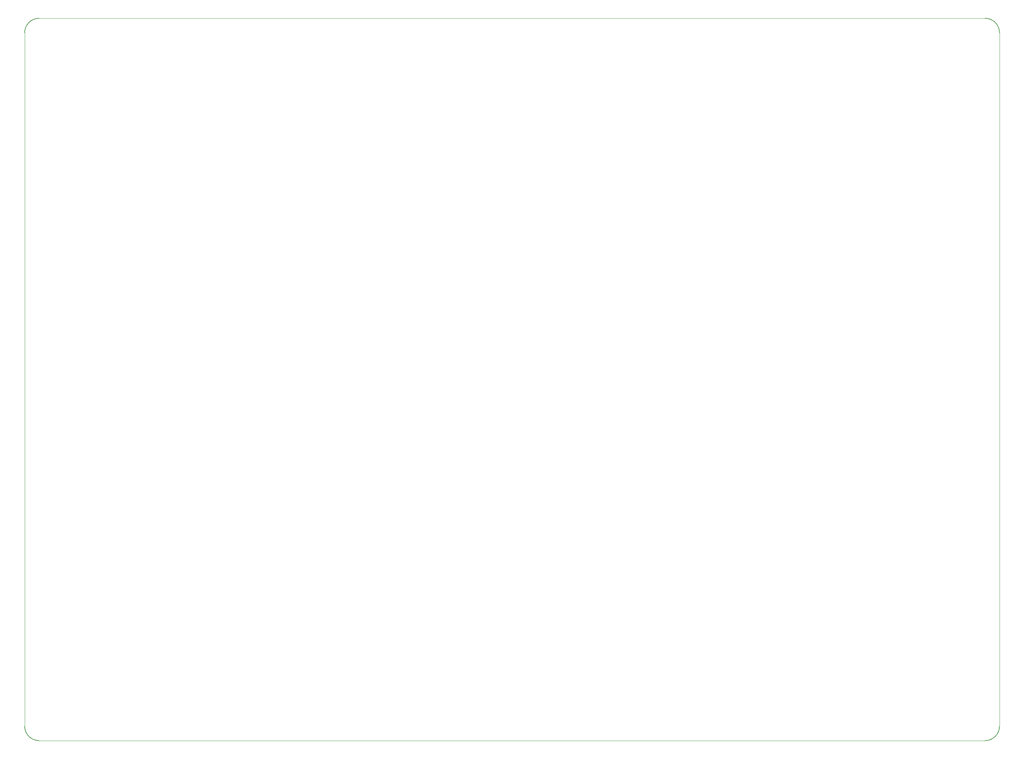
<source format=gbr>
%TF.GenerationSoftware,KiCad,Pcbnew,(6.0.7-1)-1*%
%TF.CreationDate,2022-12-15T20:56:11+05:30*%
%TF.ProjectId,BatteryCircuit,42617474-6572-4794-9369-72637569742e,rev?*%
%TF.SameCoordinates,Original*%
%TF.FileFunction,Profile,NP*%
%FSLAX46Y46*%
G04 Gerber Fmt 4.6, Leading zero omitted, Abs format (unit mm)*
G04 Created by KiCad (PCBNEW (6.0.7-1)-1) date 2022-12-15 20:56:11*
%MOMM*%
%LPD*%
G01*
G04 APERTURE LIST*
%TA.AperFunction,Profile*%
%ADD10C,0.100000*%
%TD*%
%TA.AperFunction,Profile*%
%ADD11C,0.150000*%
%TD*%
G04 APERTURE END LIST*
D10*
X24130000Y-33020000D02*
X273304000Y-33020000D01*
D11*
X20320000Y-219710000D02*
G75*
G03*
X24130000Y-223520000I3810000J0D01*
G01*
D10*
X273304000Y-223520000D02*
X24130000Y-223520000D01*
X277114000Y-36830000D02*
X277114000Y-219710000D01*
X20320000Y-219710000D02*
X20320000Y-36830000D01*
D11*
X24130000Y-33020000D02*
G75*
G03*
X20320000Y-36830000I0J-3810000D01*
G01*
X277114000Y-36830000D02*
G75*
G03*
X273304000Y-33020000I-3810000J0D01*
G01*
X273304000Y-223520000D02*
G75*
G03*
X277114000Y-219710000I0J3810000D01*
G01*
M02*

</source>
